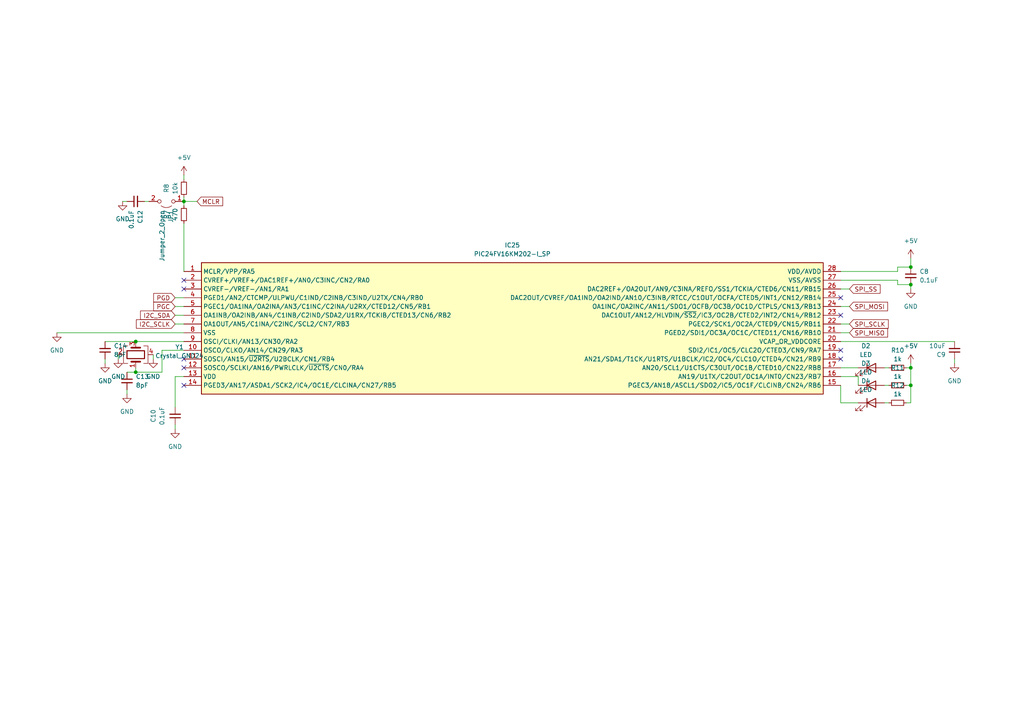
<source format=kicad_sch>
(kicad_sch (version 20230121) (generator eeschema)
  (paper "A4")
  (lib_symbols
    (symbol "Device:C_Small" (pin_numbers hide) (pin_names (offset 0.254) hide)
      (property "Reference" "C" (at 0.254 1.778 0))
      (property "Value" "C_Small" (at 0.254 -2.032 0))
      (symbol "C_Small_0_1"
        (polyline (pts (xy -1.524 -0.508) (xy 1.524 -0.508)) (stroke (width 0.3302)))
        (polyline (pts (xy -1.524 0.508) (xy 1.524 0.508)) (stroke (width 0.3048)))
      )
      (symbol "C_Small_1_1"
        (pin passive line (at 0 2.54 270) (length 2.032) (name "~") (number "1"))
        (pin passive line (at 0 -2.54 90) (length 2.032) (name "~") (number "2"))
      )
    )
    (symbol "Device:Crystal_GND24" (pin_names (offset 1.016) hide)
      (property "Reference" "Y" (at 3.175 5.08 0))
      (property "Value" "Crystal_GND24" (at 3.175 3.175 0))
      (symbol "Crystal_GND24_0_1"
        (rectangle (start -1.143 2.54) (end 1.143 -2.54) (stroke (width 0.3048)))
        (polyline (pts (xy -2.54 0) (xy -2.032 0)))
        (polyline (pts (xy -2.032 -1.27) (xy -2.032 1.27)) (stroke (width 0.508)))
        (polyline (pts (xy 0 -3.81) (xy 0 -3.556)))
        (polyline (pts (xy 0 3.556) (xy 0 3.81)))
        (polyline (pts (xy 2.032 -1.27) (xy 2.032 1.27)) (stroke (width 0.508)))
        (polyline (pts (xy 2.032 0) (xy 2.54 0)))
        (polyline (pts (xy -2.54 -2.286) (xy -2.54 -3.556) (xy 2.54 -3.556) (xy 2.54 -2.286)))
        (polyline (pts (xy -2.54 2.286) (xy -2.54 3.556) (xy 2.54 3.556) (xy 2.54 2.286)))
      )
      (symbol "Crystal_GND24_1_1"
        (pin passive line (at -3.81 0 0) (length 1.27) (name "1") (number "1"))
        (pin passive line (at 0 5.08 270) (length 1.27) (name "2") (number "2"))
        (pin passive line (at 3.81 0 180) (length 1.27) (name "3") (number "3"))
        (pin passive line (at 0 -5.08 90) (length 1.27) (name "4") (number "4"))
      )
    )
    (symbol "Device:LED" (pin_numbers hide) (pin_names (offset 1.016) hide)
      (property "Reference" "D" (at 0 2.54 0))
      (property "Value" "LED" (at 0 -2.54 0))
      (symbol "LED_0_1"
        (polyline (pts (xy -1.27 -1.27) (xy -1.27 1.27)) (stroke (width 0.254)))
        (polyline (pts (xy -1.27 0) (xy 1.27 0)))
        (polyline (pts (xy 1.27 -1.27) (xy 1.27 1.27) (xy -1.27 0) (xy 1.27 -1.27)) (stroke (width 0.254)))
        (polyline (pts (xy -3.048 -0.762) (xy -4.572 -2.286) (xy -3.81 -2.286) (xy -4.572 -2.286) (xy -4.572 -1.524)))
        (polyline (pts (xy -1.778 -0.762) (xy -3.302 -2.286) (xy -2.54 -2.286) (xy -3.302 -2.286) (xy -3.302 -1.524)))
      )
      (symbol "LED_1_1"
        (pin passive line (at -3.81 0 0) (length 2.54) (name "K") (number "1"))
        (pin passive line (at 3.81 0 180) (length 2.54) (name "A") (number "2"))
      )
    )
    (symbol "Device:R_Small" (pin_numbers hide) (pin_names (offset 0.254) hide)
      (property "Reference" "R" (at 0.762 0.508 0))
      (property "Value" "R_Small" (at 0.762 -1.016 0))
      (symbol "R_Small_0_1"
        (rectangle (start -0.762 1.778) (end 0.762 -1.778) (stroke (width 0.2032)))
      )
      (symbol "R_Small_1_1"
        (pin passive line (at 0 2.54 270) (length 0.762) (name "~") (number "1"))
        (pin passive line (at 0 -2.54 90) (length 0.762) (name "~") (number "2"))
      )
    )
    (symbol "Jumper:Jumper_2_Open" (pin_names (offset 0) hide)
      (property "Reference" "JP" (at 0 2.794 0))
      (property "Value" "Jumper_2_Open" (at 0 -2.286 0))
      (symbol "Jumper_2_Open_0_0"
        (circle (center -2.032 0) (radius 0.508))
        (circle (center 2.032 0) (radius 0.508))
      )
      (symbol "Jumper_2_Open_0_1"
        (arc (start 1.524 1.27) (mid 0 1.778) (end -1.524 1.27))
      )
      (symbol "Jumper_2_Open_1_1"
        (pin passive line (at -5.08 0 0) (length 2.54) (name "A") (number "1"))
        (pin passive line (at 5.08 0 180) (length 2.54) (name "B") (number "2"))
      )
    )
    (symbol "PIC24FV16KM202-I_SP:PIC24FV16KM202-I_SP"
      (property "Reference" "IC" (at 186.69 7.62 0))
      (property "Value" "PIC24FV16KM202-I_SP" (at 186.69 5.08 0))
      (symbol "PIC24FV16KM202-I_SP_1_1"
        (rectangle (start 5.08 2.54) (end 185.42 -35.56) (stroke (width 0.254)) (fill (type background)))
        (pin passive line (at 0 0 0) (length 5.08) (name "MCLR/VPP/RA5") (number "1"))
        (pin bidirectional line (at 0 -22.86 0) (length 5.08) (name "OSCO/CLKO/AN14/CN29/RA3") (number "10"))
        (pin bidirectional line (at 0 -25.4 0) (length 5.08) (name "SOSCI/AN15/~{U2RTS}/U2BCLK/CN1/RB4") (number "11"))
        (pin bidirectional line (at 0 -27.94 0) (length 5.08) (name "SOSCO/SCLKI/AN16/PWRLCLK/~{U2CTS}/CN0/RA4") (number "12"))
        (pin power_in line (at 0 -30.48 0) (length 5.08) (name "VDD") (number "13"))
        (pin bidirectional line (at 0 -33.02 0) (length 5.08) (name "PGED3/AN17/ASDA1/SCK2/IC4/OC1E/CLCINA/CN27/RB5") (number "14"))
        (pin bidirectional line (at 190.5 -33.02 180) (length 5.08) (name "PGEC3/AN18/ASCL1/SDO2/IC5/OC1F/CLCINB/CN24/RB6") (number "15"))
        (pin bidirectional line (at 190.5 -30.48 180) (length 5.08) (name "AN19/U1TX/C2OUT/OC1A/INT0/CN23/RB7") (number "16"))
        (pin bidirectional line (at 190.5 -27.94 180) (length 5.08) (name "AN20/SCL1/U1CTS/C3OUT/OC1B/CTED10/CN22/RB8") (number "17"))
        (pin bidirectional line (at 190.5 -25.4 180) (length 5.08) (name "AN21/SDA1/T1CK/U1RTS/U1BCLK/IC2/OC4/CLC1O/CTED4/CN21/RB9") (number "18"))
        (pin bidirectional line (at 190.5 -22.86 180) (length 5.08) (name "SDI2/IC1/OC5/CLC2O/CTED3/CN9/RA7") (number "19"))
        (pin bidirectional line (at 0 -2.54 0) (length 5.08) (name "CVREF+/VREF+/DAC1REF+/AN0/C3INC/CN2/RA0") (number "2"))
        (pin passive line (at 190.5 -20.32 180) (length 5.08) (name "VCAP_OR_VDDCORE") (number "20"))
        (pin bidirectional line (at 190.5 -17.78 180) (length 5.08) (name "PGED2/SDI1/OC3A/OC1C/CTED11/CN16/RB10") (number "21"))
        (pin bidirectional line (at 190.5 -15.24 180) (length 5.08) (name "PGEC2/SCK1/OC2A/CTED9/CN15/RB11") (number "22"))
        (pin bidirectional line (at 190.5 -12.7 180) (length 5.08) (name "DAC1OUT/AN12/HLVDIN/~{SS2}/IC3/OC2B/CTED2/INT2/CN14/RB12") (number "23"))
        (pin bidirectional line (at 190.5 -10.16 180) (length 5.08) (name "OA1INC/OA2INC/AN11/SDO1/OCFB/OC3B/OC1D/CTPLS/CN13/RB13") (number "24"))
        (pin bidirectional line (at 190.5 -7.62 180) (length 5.08) (name "DAC2OUT/CVREF/OA1IND/OA2IND/AN10/C3INB/RTCC/C1OUT/OCFA/CTED5/INT1/CN12/RB14") (number "25"))
        (pin bidirectional line (at 190.5 -5.08 180) (length 5.08) (name "DAC2REF+/OA2OUT/AN9/C3INA/REFO/SS1/TCKIA/CTED6/CN11/RB15") (number "26"))
        (pin power_in line (at 190.5 -2.54 180) (length 5.08) (name "VSS/AVSS") (number "27"))
        (pin power_in line (at 190.5 0 180) (length 5.08) (name "VDD/AVDD") (number "28"))
        (pin bidirectional line (at 0 -5.08 0) (length 5.08) (name "CVREF-/VREF-/AN1/RA1") (number "3"))
        (pin bidirectional line (at 0 -7.62 0) (length 5.08) (name "PGED1/AN2/CTCMP/ULPWU/C1IND/C2INB/C3IND/U2TX/CN4/RB0") (number "4"))
        (pin bidirectional line (at 0 -10.16 0) (length 5.08) (name "PGEC1/OA1INA/OA2INA/AN3/C1INC/C2INA/U2RX/CTED12/CN5/RB1") (number "5"))
        (pin bidirectional line (at 0 -12.7 0) (length 5.08) (name "OA1INB/OA2INB/AN4/C1INB/C2IND/SDA2/U1RX/TCKIB/CTED13/CN6/RB2") (number "6"))
        (pin bidirectional line (at 0 -15.24 0) (length 5.08) (name "OA1OUT/AN5/C1INA/C2INC/SCL2/CN7/RB3") (number "7"))
        (pin power_in line (at 0 -17.78 0) (length 5.08) (name "VSS") (number "8"))
        (pin bidirectional line (at 0 -20.32 0) (length 5.08) (name "OSCI/CLKI/AN13/CN30/RA2") (number "9"))
      )
    )
    (symbol "power:+5V" (power) (pin_names (offset 0))
      (property "Value" "+5V" (at 0 3.556 0))
      (symbol "+5V_0_1"
        (polyline (pts (xy -0.762 1.27) (xy 0 2.54)))
        (polyline (pts (xy 0 0) (xy 0 2.54)))
        (polyline (pts (xy 0 2.54) (xy 0.762 1.27)))
      )
      (symbol "+5V_1_1"
        (pin power_in line (at 0 0 90) (length 0) hide (name "+5V") (number "1"))
      )
    )
    (symbol "power:GND" (power) (pin_names (offset 0))
      (property "Value" "GND" (at 0 -3.81 0))
      (symbol "GND_0_1"
        (polyline (pts (xy 0 0) (xy 0 -1.27) (xy 1.27 -1.27) (xy 0 -2.54) (xy -1.27 -1.27) (xy 0 -1.27)))
      )
      (symbol "GND_1_1"
        (pin power_in line (at 0 0 270) (length 0) hide (name "GND") (number "1"))
      )
    )
  )
  (junction (at 53.34 58.42))
  (junction (at 39.37 99.06))
  (junction (at 264.16 111.76))
  (junction (at 264.16 106.68))
  (junction (at 264.16 77.47))
  (junction (at 39.37 107.95))
  (junction (at 264.16 82.55))
  (no_connect (at 53.34 106.68))
  (no_connect (at 243.84 104.14))
  (no_connect (at 53.34 111.76))
  (no_connect (at 243.84 101.6))
  (no_connect (at 53.34 104.14))
  (no_connect (at 53.34 83.82))
  (no_connect (at 53.34 81.28))
  (no_connect (at 243.84 91.44))
  (no_connect (at 243.84 86.36))
  (wire (pts (xy 30.48 99.06) (xy 39.37 99.06)))
  (wire (pts (xy 260.35 82.55) (xy 264.16 82.55)))
  (wire (pts (xy 44.45 102.87) (xy 44.45 104.14)))
  (wire (pts (xy 243.84 116.84) (xy 248.92 116.84)))
  (wire (pts (xy 39.37 106.68) (xy 39.37 107.95)))
  (wire (pts (xy 243.84 106.68) (xy 248.92 106.68)))
  (wire (pts (xy 243.84 81.28) (xy 260.35 81.28)))
  (wire (pts (xy 243.84 99.06) (xy 276.86 99.06)))
  (wire (pts (xy 264.16 74.93) (xy 264.16 77.47)))
  (wire (pts (xy 262.89 116.84) (xy 264.16 116.84)))
  (wire (pts (xy 39.37 107.95) (xy 46.99 107.95)))
  (wire (pts (xy 50.8 118.11) (xy 50.8 109.22)))
  (wire (pts (xy 50.8 93.98) (xy 53.34 93.98)))
  (wire (pts (xy 248.92 109.22) (xy 248.92 111.76)))
  (wire (pts (xy 46.99 101.6) (xy 53.34 101.6)))
  (wire (pts (xy 16.51 96.52) (xy 53.34 96.52)))
  (wire (pts (xy 260.35 77.47) (xy 264.16 77.47)))
  (wire (pts (xy 243.84 111.76) (xy 243.84 116.84)))
  (wire (pts (xy 30.48 104.14) (xy 30.48 105.41)))
  (wire (pts (xy 262.89 106.68) (xy 264.16 106.68)))
  (wire (pts (xy 50.8 109.22) (xy 53.34 109.22)))
  (wire (pts (xy 243.84 93.98) (xy 246.38 93.98)))
  (wire (pts (xy 264.16 82.55) (xy 264.16 83.82)))
  (wire (pts (xy 243.84 78.74) (xy 260.35 78.74)))
  (wire (pts (xy 256.54 106.68) (xy 257.81 106.68)))
  (wire (pts (xy 36.83 58.42) (xy 35.56 58.42)))
  (wire (pts (xy 53.34 58.42) (xy 53.34 59.69)))
  (wire (pts (xy 36.83 107.95) (xy 39.37 107.95)))
  (wire (pts (xy 276.86 104.14) (xy 276.86 105.41)))
  (wire (pts (xy 53.34 64.77) (xy 53.34 78.74)))
  (wire (pts (xy 246.38 96.52) (xy 243.84 96.52)))
  (wire (pts (xy 246.38 83.82) (xy 243.84 83.82)))
  (wire (pts (xy 43.18 58.42) (xy 41.91 58.42)))
  (wire (pts (xy 39.37 99.06) (xy 53.34 99.06)))
  (wire (pts (xy 256.54 111.76) (xy 257.81 111.76)))
  (wire (pts (xy 264.16 111.76) (xy 264.16 116.84)))
  (wire (pts (xy 260.35 77.47) (xy 260.35 78.74)))
  (wire (pts (xy 53.34 58.42) (xy 57.15 58.42)))
  (wire (pts (xy 243.84 109.22) (xy 248.92 109.22)))
  (wire (pts (xy 50.8 91.44) (xy 53.34 91.44)))
  (wire (pts (xy 246.38 88.9) (xy 243.84 88.9)))
  (wire (pts (xy 50.8 123.19) (xy 50.8 124.46)))
  (wire (pts (xy 260.35 81.28) (xy 260.35 82.55)))
  (wire (pts (xy 36.83 113.03) (xy 36.83 114.3)))
  (wire (pts (xy 264.16 106.68) (xy 264.16 111.76)))
  (wire (pts (xy 50.8 86.36) (xy 53.34 86.36)))
  (wire (pts (xy 53.34 57.15) (xy 53.34 58.42)))
  (wire (pts (xy 50.8 88.9) (xy 53.34 88.9)))
  (wire (pts (xy 262.89 111.76) (xy 264.16 111.76)))
  (wire (pts (xy 34.29 102.87) (xy 34.29 104.14)))
  (wire (pts (xy 256.54 116.84) (xy 257.81 116.84)))
  (wire (pts (xy 46.99 107.95) (xy 46.99 101.6)))
  (wire (pts (xy 264.16 105.41) (xy 264.16 106.68)))
  (wire (pts (xy 53.34 52.07) (xy 53.34 50.8)))
  (global_label "I2C_SCLK" (shape input) (at 50.8 93.98 180) (property "Intersheetrefs" "${INTERSHEET_REFS}" (effects hide)))
  (global_label "I2C_SDA" (shape input) (at 50.8 91.44 180) (property "Intersheetrefs" "${INTERSHEET_REFS}" (effects hide)))
  (global_label "SPI_MOSI" (shape input) (at 246.38 88.9 0) (property "Intersheetrefs" "${INTERSHEET_REFS}" (effects hide)))
  (global_label "SPI_MISO" (shape input) (at 246.38 96.52 0) (property "Intersheetrefs" "${INTERSHEET_REFS}" (effects hide)))
  (global_label "SPI_SCLK" (shape input) (at 246.38 93.98 0) (property "Intersheetrefs" "${INTERSHEET_REFS}" (effects hide)))
  (global_label "SPI_SS" (shape input) (at 246.38 83.82 0) (property "Intersheetrefs" "${INTERSHEET_REFS}" (effects hide)))
  (global_label "MCLR" (shape input) (at 57.15 58.42 0) (property "Intersheetrefs" "${INTERSHEET_REFS}" (effects hide)))
  (global_label "PGD" (shape input) (at 50.8 86.36 180) (property "Intersheetrefs" "${INTERSHEET_REFS}" (effects hide)))
  (global_label "PGC" (shape input) (at 50.8 88.9 180) (property "Intersheetrefs" "${INTERSHEET_REFS}" (effects hide)))
  (symbol (lib_id "power:+5V") (at 264.16 105.41 0) (unit 1)
    (property "Reference" "#PWR053" (effects hide))
    (property "Value" "+5V" (at 264.16 100.33 0))
  )
  (symbol (lib_id "Device:R_Small") (at 53.34 54.61 0) (unit 1)
    (property "Reference" "R8" (at 48.26 54.61 90))
    (property "Value" "10k" (at 50.8 54.61 90))
    (property "Footprint" "Resistor_SMD:R_0805_2012Metric_Pad1.20x1.40mm_HandSolder" (effects hide))
    (instances (project "Resistor Bank Control Board" (path "" (reference "R8") (unit 1)) (path "" (reference "R7") (unit 1))))
  )
  (symbol (lib_id "Device:R_Small") (at 260.35 106.68 90) (unit 1)
    (property "Reference" "R10" (at 260.35 101.6 90))
    (property "Value" "1k" (at 260.35 104.14 90))
    (property "Footprint" "Resistor_SMD:R_0805_2012Metric_Pad1.20x1.40mm_HandSolder" (effects hide))
  )
  (symbol (lib_id "Jumper:Jumper_2_Open") (at 48.26 58.42 180) (unit 1)
    (property "Reference" "JP1" (at 49.53 60.96 90) (effects (justify left)))
    (property "Value" "Jumper_2_Open" (at 46.99 60.96 90) (effects (justify left)))
    (property "Footprint" "Library:HDRV2W67P0X254_1X2_508X241X858P" (effects hide))
  )
  (symbol (lib_id "power:+5V") (at 53.34 50.8 0) (unit 1)
    (property "Reference" "#PWR050" (effects hide))
    (property "Value" "+5V" (at 53.34 45.72 0))
  )
  (symbol (lib_id "Device:R_Small") (at 260.35 116.84 90) (unit 1)
    (property "Reference" "R12" (at 260.35 111.76 90))
    (property "Value" "1k" (at 260.35 114.3 90))
    (property "Footprint" "Resistor_SMD:R_0805_2012Metric_Pad1.20x1.40mm_HandSolder" (effects hide))
  )
  (symbol (lib_id "Device:LED") (at 252.73 106.68 0) (unit 1)
    (property "Reference" "D2" (at 251.1425 100.33 0))
    (property "Value" "LED" (at 251.1425 102.87 0))
    (property "Footprint" "LED_SMD:LED_0805_2012Metric_Pad1.15x1.40mm_HandSolder" (effects hide))
  )
  (symbol (lib_id "Device:R_Small") (at 260.35 111.76 90) (unit 1)
    (property "Reference" "R11" (at 260.35 106.68 90))
    (property "Value" "1k" (at 260.35 109.22 90))
    (property "Footprint" "Resistor_SMD:R_0805_2012Metric_Pad1.20x1.40mm_HandSolder" (effects hide))
  )
  (symbol (lib_id "power:GND") (at 30.48 105.41 0) (unit 1)
    (property "Reference" "#PWR051" (effects hide))
    (property "Value" "GND" (at 30.48 110.49 0))
  )
  (symbol (lib_id "Device:C_Small") (at 36.83 110.49 0) (unit 1)
    (property "Reference" "C13" (at 39.37 109.2263 0) (effects (justify left)))
    (property "Value" "8pF" (at 39.37 111.7663 0) (effects (justify left)))
    (property "Footprint" "Capacitor_SMD:C_0805_2012Metric_Pad1.18x1.45mm_HandSolder" (effects hide))
  )
  (symbol (lib_id "power:GND") (at 35.56 58.42 0) (unit 1)
    (property "Reference" "#PWR049" (effects hide))
    (property "Value" "GND" (at 35.56 63.5 0))
  )
  (symbol (lib_id "power:GND") (at 44.45 104.14 0) (unit 1)
    (property "Reference" "#PWR064" (effects hide))
    (property "Value" "GND" (at 44.45 109.22 0))
  )
  (symbol (lib_id "Device:LED") (at 252.73 116.84 0) (unit 1)
    (property "Reference" "D4" (at 251.1425 110.49 0))
    (property "Value" "LED" (at 251.1425 113.03 0))
    (property "Footprint" "LED_SMD:LED_0805_2012Metric_Pad1.15x1.40mm_HandSolder" (effects hide))
  )
  (symbol (lib_id "Device:C_Small") (at 50.8 120.65 180) (unit 1)
    (property "Reference" "C10" (at 44.45 120.6437 90))
    (property "Value" "0.1uF" (at 46.99 120.6437 90))
    (property "Footprint" "Capacitor_SMD:C_0805_2012Metric_Pad1.18x1.45mm_HandSolder" (effects hide))
  )
  (symbol (lib_id "power:GND") (at 50.8 124.46 0) (unit 1)
    (property "Reference" "#PWR057" (effects hide))
    (property "Value" "GND" (at 50.8 129.54 0))
  )
  (symbol (lib_id "Device:Crystal_GND24") (at 39.37 102.87 90) (unit 1)
    (property "Reference" "Y1" (at 52.07 100.6541 90))
    (property "Value" "Crystal_GND24" (at 52.07 103.1941 90))
    (property "Footprint" "Library:ABM8G" (effects hide))
  )
  (symbol (lib_id "Device:C_Small") (at 39.37 58.42 90) (unit 1)
    (property "Reference" "C12" (at 40.6464 60.96 0) (effects (justify right)))
    (property "Value" "0.1uF" (at 38.1064 60.96 0) (effects (justify right)))
    (property "Footprint" "Capacitor_SMD:C_0805_2012Metric_Pad1.18x1.45mm_HandSolder" (effects hide))
    (instances (project "Resistor Bank Control Board" (path "" (reference "C12") (unit 1)) (path "" (reference "C11") (unit 1))))
  )
  (symbol (lib_id "Device:C_Small") (at 276.86 101.6 180) (unit 1)
    (property "Reference" "C9" (at 274.32 102.8637 0) (effects (justify left)))
    (property "Value" "10uF" (at 274.32 100.3237 0) (effects (justify left)))
    (property "Footprint" "Capacitor_SMD:C_0805_2012Metric_Pad1.18x1.45mm_HandSolder" (effects hide))
  )
  (symbol (lib_id "power:+5V") (at 264.16 74.93 0) (unit 1)
    (property "Reference" "#PWR055" (effects hide))
    (property "Value" "+5V" (at 264.16 69.85 0))
  )
  (symbol (lib_id "power:GND") (at 264.16 83.82 0) (unit 1)
    (property "Reference" "#PWR056" (effects hide))
    (property "Value" "GND" (at 264.16 88.9 0))
  )
  (symbol (lib_id "power:GND") (at 34.29 104.14 0) (unit 1)
    (property "Reference" "#PWR065" (effects hide))
    (property "Value" "GND" (at 34.29 109.22 0))
  )
  (symbol (lib_id "Device:C_Small") (at 30.48 101.6 180) (unit 1)
    (property "Reference" "C14" (at 33.02 100.3236 0) (effects (justify right)))
    (property "Value" "8pF" (at 33.02 102.8636 0) (effects (justify right)))
    (property "Footprint" "Capacitor_SMD:C_0805_2012Metric_Pad1.18x1.45mm_HandSolder" (effects hide))
    (instances (project "Resistor Bank Control Board" (path "" (reference "C14") (unit 1)) (path "" (reference "C12") (unit 1))))
  )
  (symbol (lib_id "power:GND") (at 276.86 105.41 0) (unit 1)
    (property "Reference" "#PWR054" (effects hide))
    (property "Value" "GND" (at 276.86 110.49 0))
  )
  (symbol (lib_id "Device:LED") (at 252.73 111.76 0) (unit 1)
    (property "Reference" "D3" (at 251.1425 105.41 0))
    (property "Value" "LED" (at 251.1425 107.95 0))
    (property "Footprint" "LED_SMD:LED_0805_2012Metric_Pad1.15x1.40mm_HandSolder" (effects hide))
  )
  (symbol (lib_id "power:GND") (at 16.51 96.52 0) (unit 1)
    (property "Reference" "#PWR058" (effects hide))
    (property "Value" "GND" (at 16.51 101.6 0))
  )
  (symbol (lib_id "power:GND") (at 36.83 114.3 0) (unit 1)
    (property "Reference" "#PWR052" (effects hide))
    (property "Value" "GND" (at 36.83 119.38 0))
  )
  (symbol (lib_id "Device:C_Small") (at 264.16 80.01 0) (unit 1)
    (property "Reference" "C8" (at 266.7 78.7463 0) (effects (justify left)))
    (property "Value" "0.1uF" (at 266.7 81.2863 0) (effects (justify left)))
    (property "Footprint" "Capacitor_SMD:C_0805_2012Metric_Pad1.18x1.45mm_HandSolder" (effects hide))
  )
  (symbol (lib_id "Device:R_Small") (at 53.34 62.23 180) (unit 1)
    (property "Reference" "R7" (at 48.26 62.23 90))
    (property "Value" "470" (at 50.8 62.23 90))
    (property "Footprint" "Resistor_SMD:R_0805_2012Metric_Pad1.20x1.40mm_HandSolder" (effects hide))
    (instances (project "Resistor Bank Control Board" (path "" (reference "R7") (unit 1)) (path "" (reference "R8") (unit 1))))
  )
  (symbol (lib_id "PIC24FV16KM202-I_SP:PIC24FV16KM202-I_SP") (at 53.34 78.74 0) (unit 1)
    (property "Reference" "IC25" (at 148.59 71.12 0))
    (property "Value" "PIC24FV16KM202-I_SP" (at 148.59 73.66 0))
    (property "Footprint" "Library:DIP794W56P254L3486H508Q28N" (effects hide))
    (property "Datasheet" "https://datasheet.datasheetarchive.com/originals/distributors/Datasheets-DGA25/1726832.pdf" (effects hide))
    (property "Height" "5.08" (effects hide))
    (property "Mouser Part Number" "579-24FV16KM202I/SP" (effects hide))
    (property "Mouser Price/Stock" "https://www.mouser.co.uk/ProductDetail/Microchip-Technology/PIC24FV16KM202-I-SP?qs=AU9dwobXBbCLsrF9G2AkZw%3D%3D" (effects hide))
    (property "Manufacturer_Name" "Microchip" (effects hide))
    (property "Manufacturer_Part_Number" "PIC24FV16KM202-I/SP" (effects hide))
  )
)
</source>
